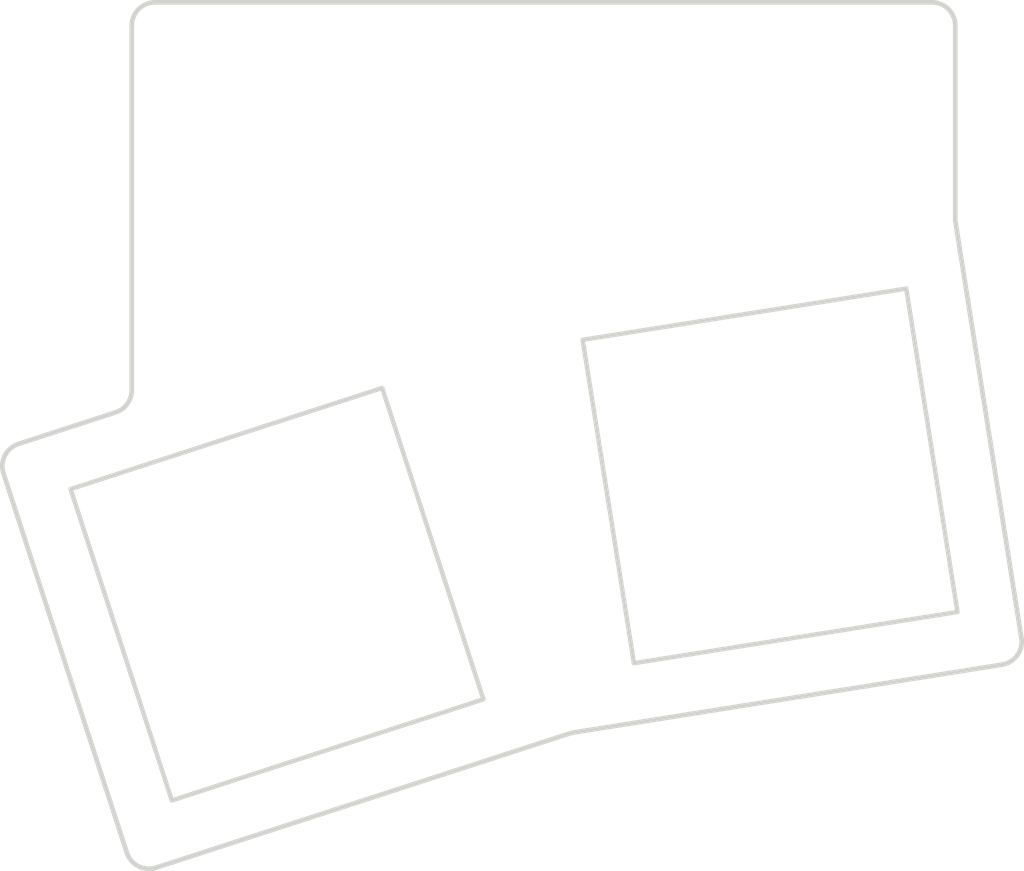
<source format=kicad_pcb>
(kicad_pcb (version 20221018) (generator pcbnew)
  (layers (0 "F.Cu" signal) (31 "B.Cu" signal) (34 "B.Paste" user) (35 "F.Paste" user) (36 "B.SilkS" user "B.Silkscreen") (37 "F.SilkS" user "F.Silkscreen") (38 "B.Mask" user) (39 "F.Mask" user) (44 "Edge.Cuts" user))
  (net 0 "")
  (footprint "MountingHole:MountingHole_2.2mm_M2" (layer "F.Cu") (at 62.33 134.25)
    (fp_text reference "REF**" hide)
    (fp_text value "MountingHole_2.2mm_M2" hide)
    (pad "" np_thru_hole circle locked (at 0 0) (size 2.2 2.2) (drill 2.2) (layers "F&B.Cu" "*.Mask"))
  )
  (footprint "MountingHole:MountingHole_2.2mm_M2" (layer "F.Cu") (at 50.8 128.9)
    (fp_text reference "REF**" hide)
    (fp_text value "MountingHole_2.2mm_M2" hide)
    (pad "" np_thru_hole circle locked (at 0 0) (size 2.2 2.2) (drill 2.2) (layers "*.Cu" "*.Mask"))
  )
  (footprint "MountingHole:MountingHole_2.2mm_M2" (layer "F.Cu") (at 67.79 124.49)
    (fp_text reference "REF**" hide)
    (fp_text value "MountingHole_2.2mm_M2" hide)
    (pad "" np_thru_hole circle locked (at 0 0) (size 2.2 2.2) (drill 2.2) (layers "F&B.Cu" "*.Mask"))
  )
  (gr_line (start 48.076 148.930001) (end 61.391 144.602998) (stroke (width 0.188976)) (layer "Edge.Cuts"))
  (gr_line (start 83.552943 143.122904) (end 65.162211 146.03571) (stroke (width 0.2)) (layer "Edge.Cuts"))
  (gr_line (start 65.162211 146.03571) (end 47.408874 151.798889) (stroke (width 0.2)) (layer "Edge.Cuts"))
  (gr_line (start 81.560554 124.151009) (end 84.384196 141.978782) (stroke (width 0.2)) (layer "Edge.Cuts"))
  (gr_line (start 41.522264 133.68092) (end 45.670123 132.333173) (stroke (width 0.2)) (layer "Edge.Cuts"))
  (gr_line (start 46.3611 131.382118) (end 46.3611 115.799) (stroke (width 0.2)) (layer "Edge.Cuts"))
  (gr_line (start 81.653001 140.868997) (end 79.462999 127.041001) (stroke (width 0.188976)) (layer "Edge.Cuts"))
  (gr_line (start 43.75 135.614999) (end 48.076 148.930001) (stroke (width 0.188976)) (layer "Edge.Cuts"))
  (gr_arc (start 80.560554 114.799) (mid 81.267691 115.091877) (end 81.560554 115.799) (stroke (width 0.2)) (layer "Edge.Cuts"))
  (gr_arc (start 84.384196 141.978782) (mid 84.205518 142.722993) (end 83.552943 143.122904) (stroke (width 0.2)) (layer "Edge.Cuts"))
  (gr_line (start 47.3611 114.799) (end 80.560554 114.799) (stroke (width 0.2)) (layer "Edge.Cuts"))
  (gr_arc (start 46.3611 115.799) (mid 46.653993 115.091893) (end 47.3611 114.799) (stroke (width 0.2)) (layer "Edge.Cuts"))
  (gr_line (start 65.634 129.231004) (end 67.824998 143.058999) (stroke (width 0.188976)) (layer "Edge.Cuts"))
  (gr_line (start 81.560554 115.799) (end 81.560554 124.151009) (stroke (width 0.2)) (layer "Edge.Cuts"))
  (gr_line (start 67.824998 143.058999) (end 81.653001 140.868997) (stroke (width 0.188976)) (layer "Edge.Cuts"))
  (gr_arc (start 46.3611 131.382118) (mid 46.170112 131.969892) (end 45.670123 132.333173) (stroke (width 0.2)) (layer "Edge.Cuts"))
  (gr_line (start 79.462999 127.041001) (end 65.634 129.231004) (stroke (width 0.188976)) (layer "Edge.Cuts"))
  (gr_arc (start 47.408874 151.798889) (mid 46.645988 151.738702) (end 46.149054 151.156767) (stroke (width 0.2)) (layer "Edge.Cuts"))
  (gr_line (start 57.065 131.289002) (end 43.75 135.614999) (stroke (width 0.188976)) (layer "Edge.Cuts"))
  (gr_line (start 46.149054 151.156767) (end 40.88023 134.940992) (stroke (width 0.2)) (layer "Edge.Cuts"))
  (gr_line (start 61.391 144.602998) (end 57.065 131.289002) (stroke (width 0.188976)) (layer "Edge.Cuts"))
  (gr_arc (start 40.88023 134.940992) (mid 40.940293 134.178) (end 41.522264 133.68092) (stroke (width 0.2)) (layer "Edge.Cuts"))
)
</source>
